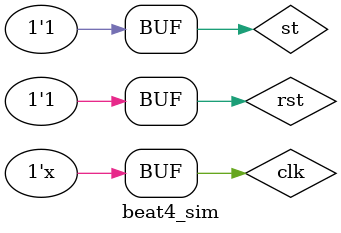
<source format=v>
`timescale 1ns / 1ps


module beat4_sim();
    reg clk, rst, st;
    wire q3, q2, q1, q0;
    initial
        begin
            clk = 0; rst = 0; st = 1;
        end
    always #10 clk = ~clk;
    initial
        begin
            #20 begin
                    rst = 1; st = 0;
                end
            #20 begin
                    rst = 1; st = 1;
                end
        end
    beat_4 u1(clk, rst, st, q0, q1, q2, q3);
endmodule

</source>
